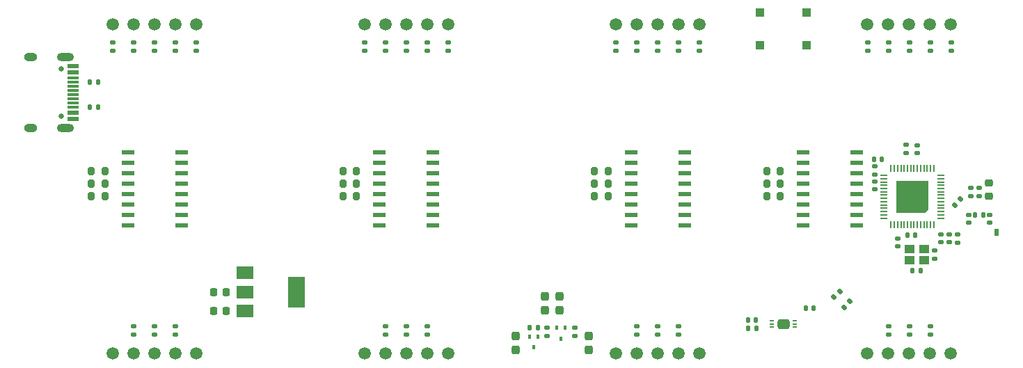
<source format=gbr>
%TF.GenerationSoftware,KiCad,Pcbnew,(6.0.9)*%
%TF.CreationDate,2022-11-29T20:57:58-05:00*%
%TF.ProjectId,Digital Clock PCB,44696769-7461-46c2-9043-6c6f636b2050,rev?*%
%TF.SameCoordinates,Original*%
%TF.FileFunction,Soldermask,Top*%
%TF.FilePolarity,Negative*%
%FSLAX46Y46*%
G04 Gerber Fmt 4.6, Leading zero omitted, Abs format (unit mm)*
G04 Created by KiCad (PCBNEW (6.0.9)) date 2022-11-29 20:57:58*
%MOMM*%
%LPD*%
G01*
G04 APERTURE LIST*
G04 Aperture macros list*
%AMRoundRect*
0 Rectangle with rounded corners*
0 $1 Rounding radius*
0 $2 $3 $4 $5 $6 $7 $8 $9 X,Y pos of 4 corners*
0 Add a 4 corners polygon primitive as box body*
4,1,4,$2,$3,$4,$5,$6,$7,$8,$9,$2,$3,0*
0 Add four circle primitives for the rounded corners*
1,1,$1+$1,$2,$3*
1,1,$1+$1,$4,$5*
1,1,$1+$1,$6,$7*
1,1,$1+$1,$8,$9*
0 Add four rect primitives between the rounded corners*
20,1,$1+$1,$2,$3,$4,$5,0*
20,1,$1+$1,$4,$5,$6,$7,0*
20,1,$1+$1,$6,$7,$8,$9,0*
20,1,$1+$1,$8,$9,$2,$3,0*%
%AMOutline5P*
0 Free polygon, 5 corners , with rotation*
0 The origin of the aperture is its center*
0 number of corners: always 5*
0 $1 to $10 corner X, Y*
0 $11 Rotation angle, in degrees counterclockwise*
0 create outline with 5 corners*
4,1,5,$1,$2,$3,$4,$5,$6,$7,$8,$9,$10,$1,$2,$11*%
%AMOutline6P*
0 Free polygon, 6 corners , with rotation*
0 The origin of the aperture is its center*
0 number of corners: always 6*
0 $1 to $12 corner X, Y*
0 $13 Rotation angle, in degrees counterclockwise*
0 create outline with 6 corners*
4,1,6,$1,$2,$3,$4,$5,$6,$7,$8,$9,$10,$11,$12,$1,$2,$13*%
%AMOutline7P*
0 Free polygon, 7 corners , with rotation*
0 The origin of the aperture is its center*
0 number of corners: always 7*
0 $1 to $14 corner X, Y*
0 $15 Rotation angle, in degrees counterclockwise*
0 create outline with 7 corners*
4,1,7,$1,$2,$3,$4,$5,$6,$7,$8,$9,$10,$11,$12,$13,$14,$1,$2,$15*%
%AMOutline8P*
0 Free polygon, 8 corners , with rotation*
0 The origin of the aperture is its center*
0 number of corners: always 8*
0 $1 to $16 corner X, Y*
0 $17 Rotation angle, in degrees counterclockwise*
0 create outline with 8 corners*
4,1,8,$1,$2,$3,$4,$5,$6,$7,$8,$9,$10,$11,$12,$13,$14,$15,$16,$1,$2,$17*%
G04 Aperture macros list end*
%ADD10RoundRect,0.237500X0.237500X-0.300000X0.237500X0.300000X-0.237500X0.300000X-0.237500X-0.300000X0*%
%ADD11RoundRect,0.135000X0.185000X-0.135000X0.185000X0.135000X-0.185000X0.135000X-0.185000X-0.135000X0*%
%ADD12RoundRect,0.137500X-0.662500X-0.137500X0.662500X-0.137500X0.662500X0.137500X-0.662500X0.137500X0*%
%ADD13RoundRect,0.140000X0.140000X0.170000X-0.140000X0.170000X-0.140000X-0.170000X0.140000X-0.170000X0*%
%ADD14RoundRect,0.135000X-0.185000X0.135000X-0.185000X-0.135000X0.185000X-0.135000X0.185000X0.135000X0*%
%ADD15R,0.400000X0.510000*%
%ADD16RoundRect,0.200000X-0.200000X-0.275000X0.200000X-0.275000X0.200000X0.275000X-0.200000X0.275000X0*%
%ADD17RoundRect,0.225000X0.225000X0.250000X-0.225000X0.250000X-0.225000X-0.250000X0.225000X-0.250000X0*%
%ADD18RoundRect,0.140000X0.170000X-0.140000X0.170000X0.140000X-0.170000X0.140000X-0.170000X-0.140000X0*%
%ADD19RoundRect,0.140000X-0.170000X0.140000X-0.170000X-0.140000X0.170000X-0.140000X0.170000X0.140000X0*%
%ADD20RoundRect,0.147500X0.147500X0.172500X-0.147500X0.172500X-0.147500X-0.172500X0.147500X-0.172500X0*%
%ADD21RoundRect,0.220000X0.330000X0.330000X-0.330000X0.330000X-0.330000X-0.330000X0.330000X-0.330000X0*%
%ADD22RoundRect,0.147500X0.017678X-0.226274X0.226274X-0.017678X-0.017678X0.226274X-0.226274X0.017678X0*%
%ADD23RoundRect,0.135000X-0.135000X-0.185000X0.135000X-0.185000X0.135000X0.185000X-0.135000X0.185000X0*%
%ADD24RoundRect,0.140000X-0.140000X-0.170000X0.140000X-0.170000X0.140000X0.170000X-0.140000X0.170000X0*%
%ADD25R,0.500000X0.900000*%
%ADD26RoundRect,0.135000X0.035355X-0.226274X0.226274X-0.035355X-0.035355X0.226274X-0.226274X0.035355X0*%
%ADD27R,2.000000X1.500000*%
%ADD28R,2.000000X3.800000*%
%ADD29RoundRect,0.055000X-0.195000X0.055000X-0.195000X-0.055000X0.195000X-0.055000X0.195000X0.055000X0*%
%ADD30RoundRect,0.055000X0.195000X-0.055000X0.195000X0.055000X-0.195000X0.055000X-0.195000X-0.055000X0*%
%ADD31RoundRect,0.300000X-0.450000X0.300000X-0.450000X-0.300000X0.450000X-0.300000X0.450000X0.300000X0*%
%ADD32RoundRect,0.135000X0.135000X0.185000X-0.135000X0.185000X-0.135000X-0.185000X0.135000X-0.185000X0*%
%ADD33RoundRect,0.050000X0.387500X0.050000X-0.387500X0.050000X-0.387500X-0.050000X0.387500X-0.050000X0*%
%ADD34RoundRect,0.050000X0.050000X0.387500X-0.050000X0.387500X-0.050000X-0.387500X0.050000X-0.387500X0*%
%ADD35Outline5P,-1.975000X1.580000X-1.580000X1.975000X1.975000X1.975000X1.975000X-1.975000X-1.975000X-1.975000X180.000000*%
%ADD36C,0.650000*%
%ADD37R,1.450000X0.600000*%
%ADD38R,1.450000X0.300000*%
%ADD39O,2.100000X1.000000*%
%ADD40O,1.600000X1.000000*%
%ADD41RoundRect,0.225000X-0.250000X0.225000X-0.250000X-0.225000X0.250000X-0.225000X0.250000X0.225000X0*%
%ADD42R,1.150000X1.000000*%
%ADD43C,1.500000*%
G04 APERTURE END LIST*
D10*
%TO.C,C21*%
X90932000Y-57758500D03*
X90932000Y-56033500D03*
%TD*%
D11*
%TO.C,R13*%
X63627000Y-21338000D03*
X63627000Y-20318000D03*
%TD*%
%TO.C,R9*%
X89204800Y-56034400D03*
X89204800Y-55014400D03*
%TD*%
D12*
%TO.C,U7*%
X117019000Y-33629600D03*
X117019000Y-34899600D03*
X117019000Y-36169600D03*
X117019000Y-37439600D03*
X117019000Y-38709600D03*
X117019000Y-39979600D03*
X117019000Y-41249600D03*
X117019000Y-42519600D03*
X123519000Y-42519600D03*
X123519000Y-41249600D03*
X123519000Y-39979600D03*
X123519000Y-38709600D03*
X123519000Y-37439600D03*
X123519000Y-36169600D03*
X123519000Y-34899600D03*
X123519000Y-33629600D03*
%TD*%
D11*
%TO.C,R36*%
X135788400Y-44655200D03*
X135788400Y-43635200D03*
%TD*%
D13*
%TO.C,C6*%
X130629600Y-43738800D03*
X129669600Y-43738800D03*
%TD*%
D14*
%TO.C,R30*%
X127381000Y-54862000D03*
X127381000Y-55882000D03*
%TD*%
D15*
%TO.C,Q1*%
X84701000Y-56124000D03*
X83701000Y-56124000D03*
X84201000Y-57414000D03*
%TD*%
D16*
%TO.C,R47*%
X61024000Y-38989000D03*
X62674000Y-38989000D03*
%TD*%
D12*
%TO.C,U1*%
X34850000Y-33655000D03*
X34850000Y-34925000D03*
X34850000Y-36195000D03*
X34850000Y-37465000D03*
X34850000Y-38735000D03*
X34850000Y-40005000D03*
X34850000Y-41275000D03*
X34850000Y-42545000D03*
X41350000Y-42545000D03*
X41350000Y-41275000D03*
X41350000Y-40005000D03*
X41350000Y-38735000D03*
X41350000Y-37465000D03*
X41350000Y-36195000D03*
X41350000Y-34925000D03*
X41350000Y-33655000D03*
%TD*%
D11*
%TO.C,R21*%
X94234000Y-21338000D03*
X94234000Y-20318000D03*
%TD*%
D17*
%TO.C,C18*%
X46799800Y-52959000D03*
X45249800Y-52959000D03*
%TD*%
D12*
%TO.C,U2*%
X65431600Y-33655000D03*
X65431600Y-34925000D03*
X65431600Y-36195000D03*
X65431600Y-37465000D03*
X65431600Y-38735000D03*
X65431600Y-40005000D03*
X65431600Y-41275000D03*
X65431600Y-42545000D03*
X71931600Y-42545000D03*
X71931600Y-41275000D03*
X71931600Y-40005000D03*
X71931600Y-38735000D03*
X71931600Y-37465000D03*
X71931600Y-36195000D03*
X71931600Y-34925000D03*
X71931600Y-33655000D03*
%TD*%
D15*
%TO.C,Q2*%
X88028400Y-55031800D03*
X87028400Y-55031800D03*
X87528400Y-56321800D03*
%TD*%
D14*
%TO.C,R31*%
X129921000Y-54862000D03*
X129921000Y-55882000D03*
%TD*%
D13*
%TO.C,C17*%
X111246800Y-54051200D03*
X110286800Y-54051200D03*
%TD*%
D18*
%TO.C,C12*%
X128473200Y-45105200D03*
X128473200Y-44145200D03*
%TD*%
D11*
%TO.C,R10*%
X85852000Y-56034400D03*
X85852000Y-55014400D03*
%TD*%
%TO.C,R25*%
X101854000Y-21338000D03*
X101854000Y-20318000D03*
%TD*%
D19*
%TO.C,C5*%
X137414000Y-38026400D03*
X137414000Y-38986400D03*
%TD*%
D20*
%TO.C,L1*%
X138915000Y-41275000D03*
X137945000Y-41275000D03*
%TD*%
D16*
%TO.C,R53*%
X91631000Y-38989000D03*
X93281000Y-38989000D03*
%TD*%
D21*
%TO.C,SW1*%
X117454800Y-20593600D03*
X111754800Y-20593600D03*
X117454800Y-16693600D03*
X111754800Y-16693600D03*
%TD*%
D16*
%TO.C,R44*%
X30417000Y-38989000D03*
X32067000Y-38989000D03*
%TD*%
D14*
%TO.C,R14*%
X66167000Y-54862000D03*
X66167000Y-55882000D03*
%TD*%
D11*
%TO.C,R28*%
X127381000Y-21338000D03*
X127381000Y-20318000D03*
%TD*%
%TO.C,R2*%
X33020000Y-21338000D03*
X33020000Y-20318000D03*
%TD*%
%TO.C,R26*%
X104394000Y-21338000D03*
X104394000Y-20318000D03*
%TD*%
D16*
%TO.C,R45*%
X61024000Y-35941000D03*
X62674000Y-35941000D03*
%TD*%
D11*
%TO.C,R12*%
X66167000Y-21338000D03*
X66167000Y-20318000D03*
%TD*%
%TO.C,R6*%
X40640000Y-21338000D03*
X40640000Y-20318000D03*
%TD*%
D14*
%TO.C,R16*%
X71247000Y-54862000D03*
X71247000Y-55882000D03*
%TD*%
D19*
%TO.C,C4*%
X137160000Y-41275000D03*
X137160000Y-42235000D03*
%TD*%
D11*
%TO.C,R17*%
X71247000Y-21338000D03*
X71247000Y-20318000D03*
%TD*%
D22*
%TO.C,L2*%
X135420053Y-40068547D03*
X136105947Y-39382653D03*
%TD*%
D16*
%TO.C,R46*%
X61024000Y-37465000D03*
X62674000Y-37465000D03*
%TD*%
D11*
%TO.C,R37*%
X129489200Y-33782000D03*
X129489200Y-32762000D03*
%TD*%
D18*
%TO.C,C15*%
X125679200Y-36344800D03*
X125679200Y-35384800D03*
%TD*%
%TO.C,C11*%
X130911600Y-33754000D03*
X130911600Y-32794000D03*
%TD*%
D14*
%TO.C,R32*%
X132461000Y-54862000D03*
X132461000Y-55882000D03*
%TD*%
D16*
%TO.C,R50*%
X112586000Y-38989000D03*
X114236000Y-38989000D03*
%TD*%
D11*
%TO.C,R27*%
X99314000Y-21338000D03*
X99314000Y-20318000D03*
%TD*%
D14*
%TO.C,R24*%
X101854000Y-54862000D03*
X101854000Y-55882000D03*
%TD*%
%TO.C,R15*%
X68707000Y-54862000D03*
X68707000Y-55882000D03*
%TD*%
D23*
%TO.C,R54*%
X110284800Y-55067200D03*
X111304800Y-55067200D03*
%TD*%
D14*
%TO.C,R4*%
X38100000Y-54862000D03*
X38100000Y-55882000D03*
%TD*%
D23*
%TO.C,R40*%
X30224000Y-25146000D03*
X31244000Y-25146000D03*
%TD*%
D12*
%TO.C,U6*%
X96064000Y-33655000D03*
X96064000Y-34925000D03*
X96064000Y-36195000D03*
X96064000Y-37465000D03*
X96064000Y-38735000D03*
X96064000Y-40005000D03*
X96064000Y-41275000D03*
X96064000Y-42545000D03*
X102564000Y-42545000D03*
X102564000Y-41275000D03*
X102564000Y-40005000D03*
X102564000Y-38735000D03*
X102564000Y-37465000D03*
X102564000Y-36195000D03*
X102564000Y-34925000D03*
X102564000Y-33655000D03*
%TD*%
D11*
%TO.C,R8*%
X38100000Y-21338000D03*
X38100000Y-20318000D03*
%TD*%
D14*
%TO.C,R3*%
X35560000Y-54862000D03*
X35560000Y-55882000D03*
%TD*%
D10*
%TO.C,C20*%
X87376000Y-52932500D03*
X87376000Y-51207500D03*
%TD*%
D11*
%TO.C,R1*%
X35560000Y-21338000D03*
X35560000Y-20318000D03*
%TD*%
D19*
%TO.C,C1*%
X139700000Y-41275000D03*
X139700000Y-42235000D03*
%TD*%
D24*
%TO.C,C10*%
X130304600Y-48082200D03*
X131264600Y-48082200D03*
%TD*%
D25*
%TO.C,AE1*%
X140563600Y-43375000D03*
%TD*%
D11*
%TO.C,R20*%
X96774000Y-21338000D03*
X96774000Y-20318000D03*
%TD*%
D13*
%TO.C,C13*%
X126565600Y-34493200D03*
X125605600Y-34493200D03*
%TD*%
D26*
%TO.C,R38*%
X121965776Y-52532224D03*
X122687024Y-51810976D03*
%TD*%
D10*
%TO.C,C23*%
X82042000Y-57758500D03*
X82042000Y-56033500D03*
%TD*%
D16*
%TO.C,R42*%
X30417000Y-35941000D03*
X32067000Y-35941000D03*
%TD*%
D14*
%TO.C,R22*%
X96774000Y-54862000D03*
X96774000Y-55882000D03*
%TD*%
D27*
%TO.C,U10*%
X49097800Y-48347600D03*
D28*
X55397800Y-50647600D03*
D27*
X49097800Y-50647600D03*
X49097800Y-52947600D03*
%TD*%
D16*
%TO.C,R48*%
X112586000Y-35941000D03*
X114236000Y-35941000D03*
%TD*%
D29*
%TO.C,PD1*%
X113204800Y-54159200D03*
X113204800Y-54559200D03*
X113204800Y-54959200D03*
D30*
X116004800Y-54959200D03*
X116004800Y-54559200D03*
X116004800Y-54159200D03*
D31*
X114604800Y-54559200D03*
%TD*%
D18*
%TO.C,C8*%
X133756400Y-44625200D03*
X133756400Y-43665200D03*
%TD*%
D19*
%TO.C,C9*%
X133019800Y-45646400D03*
X133019800Y-46606400D03*
%TD*%
D16*
%TO.C,R43*%
X30417000Y-37465000D03*
X32067000Y-37465000D03*
%TD*%
D11*
%TO.C,R7*%
X43180000Y-21338000D03*
X43180000Y-20318000D03*
%TD*%
D32*
%TO.C,R11*%
X84711000Y-54991000D03*
X83691000Y-54991000D03*
%TD*%
D10*
%TO.C,C22*%
X85598000Y-52932500D03*
X85598000Y-51207500D03*
%TD*%
D14*
%TO.C,R5*%
X40640000Y-54862000D03*
X40640000Y-55882000D03*
%TD*%
D11*
%TO.C,R19*%
X68707000Y-21338000D03*
X68707000Y-20318000D03*
%TD*%
D26*
%TO.C,R39*%
X120746576Y-51313024D03*
X121467824Y-50591776D03*
%TD*%
D19*
%TO.C,C14*%
X125679200Y-37213600D03*
X125679200Y-38173600D03*
%TD*%
D16*
%TO.C,R52*%
X91631000Y-37465000D03*
X93281000Y-37465000D03*
%TD*%
D33*
%TO.C,U5*%
X133731000Y-41675000D03*
X133731000Y-41275000D03*
X133731000Y-40875000D03*
X133731000Y-40475000D03*
X133731000Y-40075000D03*
X133731000Y-39675000D03*
X133731000Y-39275000D03*
X133731000Y-38875000D03*
X133731000Y-38475000D03*
X133731000Y-38075000D03*
X133731000Y-37675000D03*
X133731000Y-37275000D03*
X133731000Y-36875000D03*
X133731000Y-36475000D03*
D34*
X132893500Y-35637500D03*
X132493500Y-35637500D03*
X132093500Y-35637500D03*
X131693500Y-35637500D03*
X131293500Y-35637500D03*
X130893500Y-35637500D03*
X130493500Y-35637500D03*
X130093500Y-35637500D03*
X129693500Y-35637500D03*
X129293500Y-35637500D03*
X128893500Y-35637500D03*
X128493500Y-35637500D03*
X128093500Y-35637500D03*
X127693500Y-35637500D03*
D33*
X126856000Y-36475000D03*
X126856000Y-36875000D03*
X126856000Y-37275000D03*
X126856000Y-37675000D03*
X126856000Y-38075000D03*
X126856000Y-38475000D03*
X126856000Y-38875000D03*
X126856000Y-39275000D03*
X126856000Y-39675000D03*
X126856000Y-40075000D03*
X126856000Y-40475000D03*
X126856000Y-40875000D03*
X126856000Y-41275000D03*
X126856000Y-41675000D03*
D34*
X127693500Y-42512500D03*
X128093500Y-42512500D03*
X128493500Y-42512500D03*
X128893500Y-42512500D03*
X129293500Y-42512500D03*
X129693500Y-42512500D03*
X130093500Y-42512500D03*
X130493500Y-42512500D03*
X130893500Y-42512500D03*
X131293500Y-42512500D03*
X131693500Y-42512500D03*
X132093500Y-42512500D03*
X132493500Y-42512500D03*
X132893500Y-42512500D03*
D35*
X130293500Y-39075000D03*
%TD*%
D36*
%TO.C,J1*%
X26704600Y-23500600D03*
X26704600Y-29280600D03*
D37*
X28149600Y-23140600D03*
X28149600Y-23940600D03*
D38*
X28149600Y-25140600D03*
X28149600Y-26140600D03*
X28149600Y-26640600D03*
X28149600Y-27640600D03*
D37*
X28149600Y-28840600D03*
X28149600Y-29640600D03*
X28149600Y-29640600D03*
X28149600Y-28840600D03*
D38*
X28149600Y-28140600D03*
X28149600Y-27140600D03*
X28149600Y-25640600D03*
X28149600Y-24640600D03*
D37*
X28149600Y-23940600D03*
X28149600Y-23140600D03*
D39*
X27234600Y-22070600D03*
X27234600Y-30710600D03*
D40*
X23054600Y-22070600D03*
X23054600Y-30710600D03*
%TD*%
D11*
%TO.C,R35*%
X129921000Y-21338000D03*
X129921000Y-20318000D03*
%TD*%
D14*
%TO.C,R23*%
X99314000Y-54862000D03*
X99314000Y-55882000D03*
%TD*%
D23*
%TO.C,R41*%
X30224000Y-28143200D03*
X31244000Y-28143200D03*
%TD*%
D19*
%TO.C,C3*%
X138379200Y-38026400D03*
X138379200Y-38986400D03*
%TD*%
D16*
%TO.C,R49*%
X112586000Y-37465000D03*
X114236000Y-37465000D03*
%TD*%
D24*
%TO.C,C16*%
X117325200Y-52628800D03*
X118285200Y-52628800D03*
%TD*%
D41*
%TO.C,C2*%
X139598400Y-37413600D03*
X139598400Y-38963600D03*
%TD*%
D42*
%TO.C,Y1*%
X131685000Y-45426400D03*
X129935000Y-45426400D03*
X129935000Y-46826400D03*
X131685000Y-46826400D03*
%TD*%
D11*
%TO.C,R33*%
X132461000Y-21338000D03*
X132461000Y-20318000D03*
%TD*%
%TO.C,R34*%
X135001000Y-21338000D03*
X135001000Y-20318000D03*
%TD*%
D18*
%TO.C,C7*%
X134772400Y-44625200D03*
X134772400Y-43665200D03*
%TD*%
D16*
%TO.C,R51*%
X91631000Y-35941000D03*
X93281000Y-35941000D03*
%TD*%
D17*
%TO.C,C19*%
X46812200Y-50673000D03*
X45262200Y-50673000D03*
%TD*%
D11*
%TO.C,R18*%
X73787000Y-21338000D03*
X73787000Y-20318000D03*
%TD*%
%TO.C,R29*%
X124841000Y-21338000D03*
X124841000Y-20318000D03*
%TD*%
D43*
%TO.C,U4*%
X73780000Y-58100000D03*
X71240000Y-58100000D03*
X68700000Y-58100000D03*
X66160000Y-58100000D03*
X63620000Y-58100000D03*
X63620000Y-18100000D03*
X66160000Y-18100000D03*
X68700000Y-18100000D03*
X71240000Y-18100000D03*
X73780000Y-18100000D03*
%TD*%
%TO.C,U9*%
X134980000Y-58100000D03*
X132440000Y-58100000D03*
X129900000Y-58100000D03*
X127360000Y-58100000D03*
X124820000Y-58100000D03*
X124820000Y-18100000D03*
X127360000Y-18100000D03*
X129900000Y-18100000D03*
X132440000Y-18100000D03*
X134980000Y-18100000D03*
%TD*%
%TO.C,U8*%
X104380000Y-58100000D03*
X101840000Y-58100000D03*
X99300000Y-58100000D03*
X96760000Y-58100000D03*
X94220000Y-58100000D03*
X94220000Y-18100000D03*
X96760000Y-18100000D03*
X99300000Y-18100000D03*
X101840000Y-18100000D03*
X104380000Y-18100000D03*
%TD*%
%TO.C,U3*%
X43180000Y-58100000D03*
X40640000Y-58100000D03*
X38100000Y-58100000D03*
X35560000Y-58100000D03*
X33020000Y-58100000D03*
X33020000Y-18100000D03*
X35560000Y-18100000D03*
X38100000Y-18100000D03*
X40640000Y-18100000D03*
X43180000Y-18100000D03*
%TD*%
M02*

</source>
